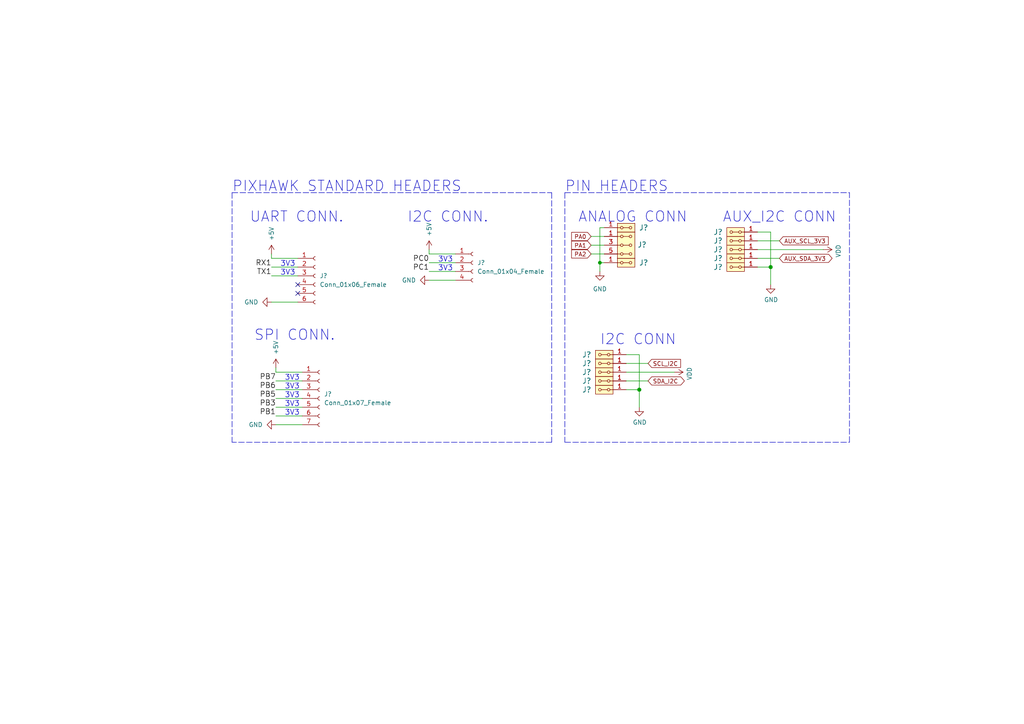
<source format=kicad_sch>
(kicad_sch (version 20211123) (generator eeschema)
  (paper "A4")
  (lib_symbols
    (symbol "Connector:Conn_01x04_Female" (pin_names (offset 1.016) hide)
      (property "Reference" "J" (at 0 5.08 0))
      (property "Value" "Conn_01x04_Female" (at 0 -7.62 0))
      (symbol "Conn_01x04_Female_1_1"
        (arc (start 0 -4.572) (mid -0.508 -5.08) (end 0 -5.588) (stroke (width 0.1524)))
        (arc (start 0 -2.032) (mid -0.508 -2.54) (end 0 -3.048) (stroke (width 0.1524)))
        (polyline (pts (xy -1.27 -5.08) (xy -0.508 -5.08)) (stroke (width 0.1524)))
        (polyline (pts (xy -1.27 -2.54) (xy -0.508 -2.54)) (stroke (width 0.1524)))
        (polyline (pts (xy -1.27 0) (xy -0.508 0)) (stroke (width 0.1524)))
        (polyline (pts (xy -1.27 2.54) (xy -0.508 2.54)) (stroke (width 0.1524)))
        (arc (start 0 0.508) (mid -0.508 0) (end 0 -0.508) (stroke (width 0.1524)))
        (arc (start 0 3.048) (mid -0.508 2.54) (end 0 2.032) (stroke (width 0.1524)))
        (pin passive line (at -5.08 2.54 0) (length 3.81) (name "Pin_1") (number "1"))
        (pin passive line (at -5.08 0 0) (length 3.81) (name "Pin_2") (number "2"))
        (pin passive line (at -5.08 -2.54 0) (length 3.81) (name "Pin_3") (number "3"))
        (pin passive line (at -5.08 -5.08 0) (length 3.81) (name "Pin_4") (number "4"))
      )
    )
    (symbol "Connector:Conn_01x06_Female" (pin_names (offset 1.016) hide)
      (property "Reference" "J" (at 0 7.62 0))
      (property "Value" "Conn_01x06_Female" (at 0 -10.16 0))
      (symbol "Conn_01x06_Female_1_1"
        (arc (start 0 -7.112) (mid -0.508 -7.62) (end 0 -8.128) (stroke (width 0.1524)))
        (arc (start 0 -4.572) (mid -0.508 -5.08) (end 0 -5.588) (stroke (width 0.1524)))
        (arc (start 0 -2.032) (mid -0.508 -2.54) (end 0 -3.048) (stroke (width 0.1524)))
        (polyline (pts (xy -1.27 -7.62) (xy -0.508 -7.62)) (stroke (width 0.1524)))
        (polyline (pts (xy -1.27 -5.08) (xy -0.508 -5.08)) (stroke (width 0.1524)))
        (polyline (pts (xy -1.27 -2.54) (xy -0.508 -2.54)) (stroke (width 0.1524)))
        (polyline (pts (xy -1.27 0) (xy -0.508 0)) (stroke (width 0.1524)))
        (polyline (pts (xy -1.27 2.54) (xy -0.508 2.54)) (stroke (width 0.1524)))
        (polyline (pts (xy -1.27 5.08) (xy -0.508 5.08)) (stroke (width 0.1524)))
        (arc (start 0 0.508) (mid -0.508 0) (end 0 -0.508) (stroke (width 0.1524)))
        (arc (start 0 3.048) (mid -0.508 2.54) (end 0 2.032) (stroke (width 0.1524)))
        (arc (start 0 5.588) (mid -0.508 5.08) (end 0 4.572) (stroke (width 0.1524)))
        (pin passive line (at -5.08 5.08 0) (length 3.81) (name "Pin_1") (number "1"))
        (pin passive line (at -5.08 2.54 0) (length 3.81) (name "Pin_2") (number "2"))
        (pin passive line (at -5.08 0 0) (length 3.81) (name "Pin_3") (number "3"))
        (pin passive line (at -5.08 -2.54 0) (length 3.81) (name "Pin_4") (number "4"))
        (pin passive line (at -5.08 -5.08 0) (length 3.81) (name "Pin_5") (number "5"))
        (pin passive line (at -5.08 -7.62 0) (length 3.81) (name "Pin_6") (number "6"))
      )
    )
    (symbol "Connector:Conn_01x07_Female" (pin_names (offset 1.016) hide)
      (property "Reference" "J" (at 0 10.16 0))
      (property "Value" "Conn_01x07_Female" (at 0 -10.16 0))
      (symbol "Conn_01x07_Female_1_1"
        (arc (start 0 -7.112) (mid -0.508 -7.62) (end 0 -8.128) (stroke (width 0.1524)))
        (arc (start 0 -4.572) (mid -0.508 -5.08) (end 0 -5.588) (stroke (width 0.1524)))
        (arc (start 0 -2.032) (mid -0.508 -2.54) (end 0 -3.048) (stroke (width 0.1524)))
        (polyline (pts (xy -1.27 -7.62) (xy -0.508 -7.62)) (stroke (width 0.1524)))
        (polyline (pts (xy -1.27 -5.08) (xy -0.508 -5.08)) (stroke (width 0.1524)))
        (polyline (pts (xy -1.27 -2.54) (xy -0.508 -2.54)) (stroke (width 0.1524)))
        (polyline (pts (xy -1.27 0) (xy -0.508 0)) (stroke (width 0.1524)))
        (polyline (pts (xy -1.27 2.54) (xy -0.508 2.54)) (stroke (width 0.1524)))
        (polyline (pts (xy -1.27 5.08) (xy -0.508 5.08)) (stroke (width 0.1524)))
        (polyline (pts (xy -1.27 7.62) (xy -0.508 7.62)) (stroke (width 0.1524)))
        (arc (start 0 0.508) (mid -0.508 0) (end 0 -0.508) (stroke (width 0.1524)))
        (arc (start 0 3.048) (mid -0.508 2.54) (end 0 2.032) (stroke (width 0.1524)))
        (arc (start 0 5.588) (mid -0.508 5.08) (end 0 4.572) (stroke (width 0.1524)))
        (arc (start 0 8.128) (mid -0.508 7.62) (end 0 7.112) (stroke (width 0.1524)))
        (pin passive line (at -5.08 7.62 0) (length 3.81) (name "Pin_1") (number "1"))
        (pin passive line (at -5.08 5.08 0) (length 3.81) (name "Pin_2") (number "2"))
        (pin passive line (at -5.08 2.54 0) (length 3.81) (name "Pin_3") (number "3"))
        (pin passive line (at -5.08 0 0) (length 3.81) (name "Pin_4") (number "4"))
        (pin passive line (at -5.08 -2.54 0) (length 3.81) (name "Pin_5") (number "5"))
        (pin passive line (at -5.08 -5.08 0) (length 3.81) (name "Pin_6") (number "6"))
        (pin passive line (at -5.08 -7.62 0) (length 3.81) (name "Pin_7") (number "7"))
      )
    )
    (symbol "DATALOGGER01A-rescue:HEADER_2x01_PARALLEL-MLAB_HEADER" (pin_names (offset 1.016))
      (property "Reference" "J" (at 0 -2.54 0))
      (property "Value" "HEADER_2x01_PARALLEL-MLAB_HEADER" (at 0 2.54 0))
      (symbol "HEADER_2x01_PARALLEL-MLAB_HEADER_0_1"
        (rectangle (start -2.54 1.27) (end 2.54 -1.27) (fill (type background)))
        (circle (center -1.27 0) (radius 0.381))
        (polyline (pts (xy -1.651 0) (xy -2.54 0)))
        (polyline (pts (xy -0.889 0) (xy 0.889 0)))
        (circle (center 1.27 0) (radius 0.381))
      )
      (symbol "HEADER_2x01_PARALLEL-MLAB_HEADER_1_1"
        (pin input line (at -6.35 0 0) (length 3.81) (name "~") (number "1"))
        (pin input line (at -6.35 0 0) (length 3.81) hide (name "~") (number "2"))
      )
    )
    (symbol "DATALOGGER01A-rescue:HEADER_2x03_PARALLEL-MLAB_HEADER" (pin_names (offset 1.016))
      (property "Reference" "J" (at 0 -5.08 0))
      (property "Value" "HEADER_2x03_PARALLEL-MLAB_HEADER" (at 0 5.08 0))
      (symbol "HEADER_2x03_PARALLEL-MLAB_HEADER_0_1"
        (rectangle (start -2.54 3.81) (end 2.54 -3.81) (fill (type background)))
        (circle (center -1.27 -2.54) (radius 0.381))
        (circle (center -1.27 0) (radius 0.381))
        (circle (center -1.27 2.54) (radius 0.381))
        (polyline (pts (xy -1.651 -2.54) (xy -2.54 -2.54)))
        (polyline (pts (xy -1.651 0) (xy -2.54 0)))
        (polyline (pts (xy -1.651 2.54) (xy -2.54 2.54)))
        (polyline (pts (xy -0.889 -2.54) (xy 0.889 -2.54)))
        (polyline (pts (xy -0.889 0) (xy 0.889 0)))
        (polyline (pts (xy -0.889 2.54) (xy 0.889 2.54)))
        (circle (center 1.27 -2.54) (radius 0.381))
        (circle (center 1.27 0) (radius 0.381))
        (circle (center 1.27 2.54) (radius 0.381))
      )
      (symbol "HEADER_2x03_PARALLEL-MLAB_HEADER_1_1"
        (pin input line (at -6.35 2.54 0) (length 3.81) (name "~") (number "1"))
        (pin input line (at -6.35 2.54 0) (length 3.81) hide (name "~") (number "2"))
        (pin input line (at -6.35 0 0) (length 3.81) (name "~") (number "3"))
        (pin input line (at -6.35 0 0) (length 3.81) hide (name "~") (number "4"))
        (pin input line (at -6.35 -2.54 0) (length 3.81) (name "~") (number "5"))
        (pin input line (at -6.35 -2.54 0) (length 3.81) hide (name "~") (number "6"))
      )
    )
    (symbol "GND_2" (power) (pin_names (offset 0))
      (property "Value" "GND_2" (at 0 -3.81 0))
      (symbol "GND_2_0_1"
        (polyline (pts (xy 0 0) (xy 0 -1.27) (xy 1.27 -1.27) (xy 0 -2.54) (xy -1.27 -1.27) (xy 0 -1.27)))
      )
      (symbol "GND_2_1_1"
        (pin power_in line (at 0 0 270) (length 0) hide (name "GND") (number "1"))
      )
    )
    (symbol "GND_4" (power) (pin_names (offset 0))
      (property "Value" "GND_4" (at 0 -3.81 0))
      (symbol "GND_4_0_1"
        (polyline (pts (xy 0 0) (xy 0 -1.27) (xy 1.27 -1.27) (xy 0 -2.54) (xy -1.27 -1.27) (xy 0 -1.27)))
      )
      (symbol "GND_4_1_1"
        (pin power_in line (at 0 0 270) (length 0) hide (name "GND") (number "1"))
      )
    )
    (symbol "power:+5V" (power) (pin_names (offset 0))
      (property "Value" "+5V" (at 0 3.556 0))
      (symbol "+5V_0_1"
        (polyline (pts (xy -0.762 1.27) (xy 0 2.54)))
        (polyline (pts (xy 0 0) (xy 0 2.54)))
        (polyline (pts (xy 0 2.54) (xy 0.762 1.27)))
      )
      (symbol "+5V_1_1"
        (pin power_in line (at 0 0 90) (length 0) hide (name "+5V") (number "1"))
      )
    )
    (symbol "power:GND" (power) (pin_names (offset 0))
      (property "Value" "GND" (at 0 -3.81 0))
      (symbol "GND_0_1"
        (polyline (pts (xy 0 0) (xy 0 -1.27) (xy 1.27 -1.27) (xy 0 -2.54) (xy -1.27 -1.27) (xy 0 -1.27)))
      )
      (symbol "GND_1_1"
        (pin power_in line (at 0 0 270) (length 0) hide (name "GND") (number "1"))
      )
    )
    (symbol "power:VDD" (power) (pin_names (offset 0))
      (property "Value" "VDD" (at 0 3.81 0))
      (symbol "VDD_0_1"
        (polyline (pts (xy -0.762 1.27) (xy 0 2.54)))
        (polyline (pts (xy 0 0) (xy 0 2.54)))
        (polyline (pts (xy 0 2.54) (xy 0.762 1.27)))
      )
      (symbol "VDD_1_1"
        (pin power_in line (at 0 0 90) (length 0) hide (name "VDD") (number "1"))
      )
    )
  )
  (junction (at 223.52 77.47) (diameter 1.016))
  (junction (at 173.99 76.2))
  (junction (at 185.42 113.03) (diameter 1.016))
  (no_connect (at 86.36 82.55))
  (no_connect (at 86.36 85.09))
  (wire (pts (xy 185.42 102.87) (xy 185.42 113.03)))
  (polyline (pts (xy 246.38 128.27) (xy 246.38 55.88)))
  (polyline (pts (xy 160.02 128.27) (xy 67.31 128.27)))
  (wire (pts (xy 181.61 110.49) (xy 187.96 110.49)))
  (wire (pts (xy 78.74 80.01) (xy 86.36 80.01)))
  (wire (pts (xy 171.45 71.12) (xy 175.26 71.12)))
  (wire (pts (xy 223.52 77.47) (xy 223.52 82.55)))
  (wire (pts (xy 124.46 81.28) (xy 132.08 81.28)))
  (wire (pts (xy 219.71 74.93) (xy 226.06 74.93)))
  (wire (pts (xy 80.01 118.11) (xy 87.63 118.11)))
  (wire (pts (xy 124.46 76.2) (xy 132.08 76.2)))
  (wire (pts (xy 181.61 102.87) (xy 185.42 102.87)))
  (polyline (pts (xy 160.02 55.88) (xy 160.02 128.27)))
  (wire (pts (xy 124.46 73.66) (xy 132.08 73.66)))
  (wire (pts (xy 78.74 74.93) (xy 86.36 74.93)))
  (wire (pts (xy 171.45 73.66) (xy 175.26 73.66)))
  (polyline (pts (xy 67.31 55.88) (xy 160.02 55.88)))
  (wire (pts (xy 78.74 77.47) (xy 86.36 77.47)))
  (wire (pts (xy 80.01 123.19) (xy 87.63 123.19)))
  (wire (pts (xy 219.71 69.85) (xy 226.06 69.85)))
  (wire (pts (xy 80.01 110.49) (xy 87.63 110.49)))
  (polyline (pts (xy 163.83 128.27) (xy 246.38 128.27)))
  (polyline (pts (xy 163.83 55.88) (xy 246.38 55.88)))
  (wire (pts (xy 78.74 87.63) (xy 86.36 87.63)))
  (wire (pts (xy 124.46 78.74) (xy 132.08 78.74)))
  (wire (pts (xy 80.01 107.95) (xy 87.63 107.95)))
  (wire (pts (xy 173.99 76.2) (xy 173.99 78.74)))
  (wire (pts (xy 181.61 107.95) (xy 195.58 107.95)))
  (wire (pts (xy 173.99 66.04) (xy 173.99 76.2)))
  (wire (pts (xy 223.52 67.31) (xy 223.52 77.47)))
  (wire (pts (xy 181.61 105.41) (xy 187.96 105.41)))
  (wire (pts (xy 80.01 115.57) (xy 87.63 115.57)))
  (wire (pts (xy 185.42 113.03) (xy 185.42 118.11)))
  (wire (pts (xy 171.45 68.58) (xy 175.26 68.58)))
  (wire (pts (xy 219.71 67.31) (xy 223.52 67.31)))
  (wire (pts (xy 80.01 120.65) (xy 87.63 120.65)))
  (polyline (pts (xy 163.83 55.88) (xy 163.83 128.27)))
  (wire (pts (xy 173.99 76.2) (xy 175.26 76.2)))
  (wire (pts (xy 175.26 66.04) (xy 173.99 66.04)))
  (wire (pts (xy 181.61 113.03) (xy 185.42 113.03)))
  (wire (pts (xy 124.46 72.39) (xy 124.46 73.66)))
  (wire (pts (xy 78.74 73.66) (xy 78.74 74.93)))
  (wire (pts (xy 219.71 77.47) (xy 223.52 77.47)))
  (wire (pts (xy 219.71 72.39) (xy 238.76 72.39)))
  (wire (pts (xy 80.01 113.03) (xy 87.63 113.03)))
  (wire (pts (xy 80.01 106.68) (xy 80.01 107.95)))
  (polyline (pts (xy 67.31 55.88) (xy 67.31 128.27)))
  (text "3V3" (at 82.55 113.03 0) (effects (font (size 1.524 1.524)) (justify left bottom)))
  (text "3V3" (at 82.55 120.65 0) (effects (font (size 1.524 1.524)) (justify left bottom)))
  (text "3V3" (at 81.28 77.47 0) (effects (font (size 1.524 1.524)) (justify left bottom)))
  (text "ANALOG CONN" (at 167.64 64.77 0) (effects (font (size 3 3)) (justify left bottom)))
  (text "3V3" (at 82.55 118.11 0) (effects (font (size 1.524 1.524)) (justify left bottom)))
  (text "I2C CONN" (at 173.99 100.33 0) (effects (font (size 3 3)) (justify left bottom)))
  (text "3V3" (at 127 76.2 0) (effects (font (size 1.524 1.524)) (justify left bottom)))
  (text "I2C CONN." (at 118.11 64.77 0) (effects (font (size 3 3)) (justify left bottom)))
  (text "3V3" (at 82.55 115.57 0) (effects (font (size 1.524 1.524)) (justify left bottom)))
  (text "AUX_I2C CONN" (at 209.55 64.77 0) (effects (font (size 3 3)) (justify left bottom)))
  (text "3V3" (at 82.55 110.49 0) (effects (font (size 1.524 1.524)) (justify left bottom)))
  (text "3V3" (at 81.28 80.01 0) (effects (font (size 1.524 1.524)) (justify left bottom)))
  (text "PIN HEADERS" (at 163.83 55.88 0) (effects (font (size 3 3)) (justify left bottom)))
  (text "SPI CONN." (at 73.66 99.06 0) (effects (font (size 3 3)) (justify left bottom)))
  (text "3V3" (at 127 78.74 0) (effects (font (size 1.524 1.524)) (justify left bottom)))
  (text "UART CONN." (at 72.39 64.77 0) (effects (font (size 3 3)) (justify left bottom)))
  (text "PIXHAWK STANDARD HEADERS" (at 67.31 55.88 0) (effects (font (size 3 3)) (justify left bottom)))
  (label "PC1" (at 124.46 78.74 180) (effects (font (size 1.524 1.524))))
  (label "PB7" (at 80.01 110.49 180) (effects (font (size 1.524 1.524))))
  (label "PC0" (at 124.46 76.2 180) (effects (font (size 1.524 1.524))))
  (label "TX1" (at 78.74 80.01 180) (effects (font (size 1.524 1.524))))
  (label "PB1" (at 80.01 120.65 180) (effects (font (size 1.524 1.524))))
  (label "PB6" (at 80.01 113.03 180) (effects (font (size 1.524 1.524))))
  (label "PB5" (at 80.01 115.57 180) (effects (font (size 1.524 1.524))))
  (label "RX1" (at 78.74 77.47 180) (effects (font (size 1.524 1.524))))
  (label "PB3" (at 80.01 118.11 180) (effects (font (size 1.524 1.524))))
  (global_label "AUX_SDA_3V3" (shape bidirectional) (at 226.06 74.93 0) (effects (font (size 1.2 1.2))) (property "Intersheet References" "${INTERSHEET_REFS}" (effects hide)))
  (global_label "PA1" (shape input) (at 171.45 71.12 180) (effects (font (size 1.2 1.2))) (property "Intersheet References" "${INTERSHEET_REFS}" (effects hide)))
  (global_label "AUX_SCL_3V3" (shape input) (at 226.06 69.85 0) (effects (font (size 1.2 1.2))) (property "Intersheet References" "${INTERSHEET_REFS}" (effects hide)))
  (global_label "SCL_I2C" (shape input) (at 187.96 105.41 0) (effects (font (size 1.2 1.2))) (property "Intersheet References" "${INTERSHEET_REFS}" (effects hide)))
  (global_label "PA2" (shape input) (at 171.45 73.66 180) (effects (font (size 1.2 1.2))) (property "Intersheet References" "${INTERSHEET_REFS}" (effects hide)))
  (global_label "PA0" (shape input) (at 171.45 68.58 180) (effects (font (size 1.2 1.2))) (property "Intersheet References" "${INTERSHEET_REFS}" (effects hide)))
  (global_label "SDA_I2C" (shape bidirectional) (at 187.96 110.49 0) (effects (font (size 1.2 1.2))) (property "Intersheet References" "${INTERSHEET_REFS}" (effects hide)))
  (symbol (lib_id "Connector:Conn_01x07_Female") (at 92.71 115.57 0) (unit 1)
    (property "Reference" "J?" (at 93.98 114.2999 0) (effects (justify left)))
    (property "Value" "Conn_01x07_Female" (at 93.98 116.8399 0) (effects (justify left)))
  )
  (symbol (lib_id "DATALOGGER01A-rescue:HEADER_2x01_PARALLEL-MLAB_HEADER") (at 181.61 66.04 0) (unit 1)
    (property "Reference" "J?" (at 186.69 66.04 0) (effects (font (size 1.524 1.524))))
    (property "Value" "HEADER_2x01_PARALLEL" (effects hide))
    (property "Footprint" "Mlab_Pin_Headers:Straight_2x01" (effects hide))
  )
  (symbol (lib_id "power:+5V") (at 124.46 72.39 0) (unit 1)
    (property "Reference" "#PWR?" (effects hide))
    (property "Value" "+5V" (at 124.4601 68.58 90) (effects (justify left)))
  )
  (symbol (lib_id "DATALOGGER01A-rescue:HEADER_2x01_PARALLEL-MLAB_HEADER") (at 213.36 67.31 180) (unit 1)
    (property "Reference" "J?" (at 208.28 67.31 0) (effects (font (size 1.524 1.524))))
    (property "Value" "HEADER_2x01_PARALLEL" (effects hide))
    (property "Footprint" "Mlab_Pin_Headers:Straight_2x01" (effects hide))
  )
  (symbol (lib_id "power:+5V") (at 78.74 73.66 0) (unit 1)
    (property "Reference" "#PWR?" (effects hide))
    (property "Value" "+5V" (at 78.7401 69.85 90) (effects (justify left)))
  )
  (symbol (lib_id "DATALOGGER01A-rescue:HEADER_2x01_PARALLEL-MLAB_HEADER") (at 175.26 105.41 180) (unit 1)
    (property "Reference" "J?" (at 170.18 105.41 0) (effects (font (size 1.524 1.524))))
    (property "Value" "HEADER_2x01_PARALLEL" (effects hide))
    (property "Footprint" "Mlab_Pin_Headers:Straight_2x01" (effects hide))
  )
  (symbol (lib_id "DATALOGGER01A-rescue:HEADER_2x01_PARALLEL-MLAB_HEADER") (at 213.36 77.47 180) (unit 1)
    (property "Reference" "J?" (at 208.28 77.47 0) (effects (font (size 1.524 1.524))))
    (property "Value" "HEADER_2x01_PARALLEL" (effects hide))
    (property "Footprint" "Mlab_Pin_Headers:Straight_2x01" (effects hide))
  )
  (symbol (lib_id "DATALOGGER01A-rescue:HEADER_2x01_PARALLEL-MLAB_HEADER") (at 175.26 102.87 180) (unit 1)
    (property "Reference" "J?" (at 170.18 102.87 0) (effects (font (size 1.524 1.524))))
    (property "Value" "HEADER_2x01_PARALLEL" (effects hide))
    (property "Footprint" "Mlab_Pin_Headers:Straight_2x01" (effects hide))
  )
  (symbol (lib_id "power:VDD") (at 238.76 72.39 270) (unit 1)
    (property "Reference" "#PWR?" (effects hide))
    (property "Value" "VDD" (at 243.1542 72.8218 0))
  )
  (symbol (lib_id "Connector:Conn_01x04_Female") (at 137.16 76.2 0) (unit 1)
    (property "Reference" "J?" (at 138.43 76.1999 0) (effects (justify left)))
    (property "Value" "Conn_01x04_Female" (at 138.43 78.7399 0) (effects (justify left)))
  )
  (symbol (lib_id "DATALOGGER01A-rescue:HEADER_2x01_PARALLEL-MLAB_HEADER") (at 213.36 72.39 180) (unit 1)
    (property "Reference" "J?" (at 208.28 72.39 0) (effects (font (size 1.524 1.524))))
    (property "Value" "HEADER_2x01_PARALLEL" (effects hide))
    (property "Footprint" "Mlab_Pin_Headers:Straight_2x01" (effects hide))
  )
  (symbol (lib_id "DATALOGGER01A-rescue:HEADER_2x01_PARALLEL-MLAB_HEADER") (at 175.26 107.95 180) (unit 1)
    (property "Reference" "J?" (at 170.18 107.95 0) (effects (font (size 1.524 1.524))))
    (property "Value" "HEADER_2x01_PARALLEL" (effects hide))
    (property "Footprint" "Mlab_Pin_Headers:Straight_2x01" (effects hide))
  )
  (symbol (lib_id "DATALOGGER01A-rescue:HEADER_2x01_PARALLEL-MLAB_HEADER") (at 181.61 76.2 0) (unit 1)
    (property "Reference" "J?" (at 186.69 76.2 0) (effects (font (size 1.524 1.524))))
    (property "Value" "HEADER_2x01_PARALLEL" (effects hide))
    (property "Footprint" "Mlab_Pin_Headers:Straight_2x01" (effects hide))
  )
  (symbol (lib_id "DATALOGGER01A-rescue:HEADER_2x03_PARALLEL-MLAB_HEADER") (at 181.61 71.12 0) (unit 1)
    (property "Reference" "J?" (at 184.8612 70.993 0) (effects (font (size 1.524 1.524)) (justify left)))
    (property "Value" "HEADER_2x03_PARALLEL" (effects hide))
    (property "Footprint" "Mlab_Pin_Headers:Straight_2x03" (effects hide))
  )
  (symbol (lib_name "GND_2") (lib_id "power:GND") (at 78.74 87.63 270) (unit 1)
    (property "Reference" "#PWR?" (effects hide))
    (property "Value" "GND" (at 74.93 87.6299 90) (effects (justify right)))
  )
  (symbol (lib_id "power:GND") (at 223.52 82.55 0) (unit 1)
    (property "Reference" "#PWR?" (effects hide))
    (property "Value" "GND" (at 223.647 86.9442 0))
  )
  (symbol (lib_id "DATALOGGER01A-rescue:HEADER_2x01_PARALLEL-MLAB_HEADER") (at 175.26 113.03 180) (unit 1)
    (property "Reference" "J?" (at 170.18 113.03 0) (effects (font (size 1.524 1.524))))
    (property "Value" "HEADER_2x01_PARALLEL" (effects hide))
    (property "Footprint" "Mlab_Pin_Headers:Straight_2x01" (effects hide))
  )
  (symbol (lib_name "GND_4") (lib_id "power:GND") (at 173.99 78.74 0) (unit 1)
    (property "Reference" "#PWR?" (effects hide))
    (property "Value" "GND" (at 173.99 83.82 0))
  )
  (symbol (lib_name "GND_2") (lib_id "power:GND") (at 124.46 81.28 270) (unit 1)
    (property "Reference" "#PWR?" (effects hide))
    (property "Value" "GND" (at 120.65 81.2799 90) (effects (justify right)))
  )
  (symbol (lib_id "DATALOGGER01A-rescue:HEADER_2x01_PARALLEL-MLAB_HEADER") (at 213.36 74.93 180) (unit 1)
    (property "Reference" "J?" (at 208.28 74.93 0) (effects (font (size 1.524 1.524))))
    (property "Value" "HEADER_2x01_PARALLEL" (effects hide))
    (property "Footprint" "Mlab_Pin_Headers:Straight_2x01" (effects hide))
  )
  (symbol (lib_id "DATALOGGER01A-rescue:HEADER_2x01_PARALLEL-MLAB_HEADER") (at 175.26 110.49 180) (unit 1)
    (property "Reference" "J?" (at 170.18 110.49 0) (effects (font (size 1.524 1.524))))
    (property "Value" "HEADER_2x01_PARALLEL" (effects hide))
    (property "Footprint" "Mlab_Pin_Headers:Straight_2x01" (effects hide))
  )
  (symbol (lib_id "power:GND") (at 185.42 118.11 0) (unit 1)
    (property "Reference" "#PWR?" (effects hide))
    (property "Value" "GND" (at 185.547 122.5042 0))
  )
  (symbol (lib_id "DATALOGGER01A-rescue:HEADER_2x01_PARALLEL-MLAB_HEADER") (at 213.36 69.85 180) (unit 1)
    (property "Reference" "J?" (at 208.28 69.85 0) (effects (font (size 1.524 1.524))))
    (property "Value" "HEADER_2x01_PARALLEL" (effects hide))
    (property "Footprint" "Mlab_Pin_Headers:Straight_2x01" (effects hide))
  )
  (symbol (lib_id "Connector:Conn_01x06_Female") (at 91.44 80.01 0) (unit 1)
    (property "Reference" "J?" (at 92.71 80.0099 0) (effects (justify left)))
    (property "Value" "Conn_01x06_Female" (at 92.71 82.5499 0) (effects (justify left)))
  )
  (symbol (lib_id "power:+5V") (at 80.01 106.68 0) (unit 1)
    (property "Reference" "#PWR?" (effects hide))
    (property "Value" "+5V" (at 80.0101 102.87 90) (effects (justify left)))
  )
  (symbol (lib_name "GND_2") (lib_id "power:GND") (at 80.01 123.19 270) (unit 1)
    (property "Reference" "#PWR?" (effects hide))
    (property "Value" "GND" (at 76.2 123.1899 90) (effects (justify right)))
  )
  (symbol (lib_id "power:VDD") (at 195.58 107.95 270) (unit 1)
    (property "Reference" "#PWR?" (effects hide))
    (property "Value" "VDD" (at 199.9742 108.3818 0))
  )
)
</source>
